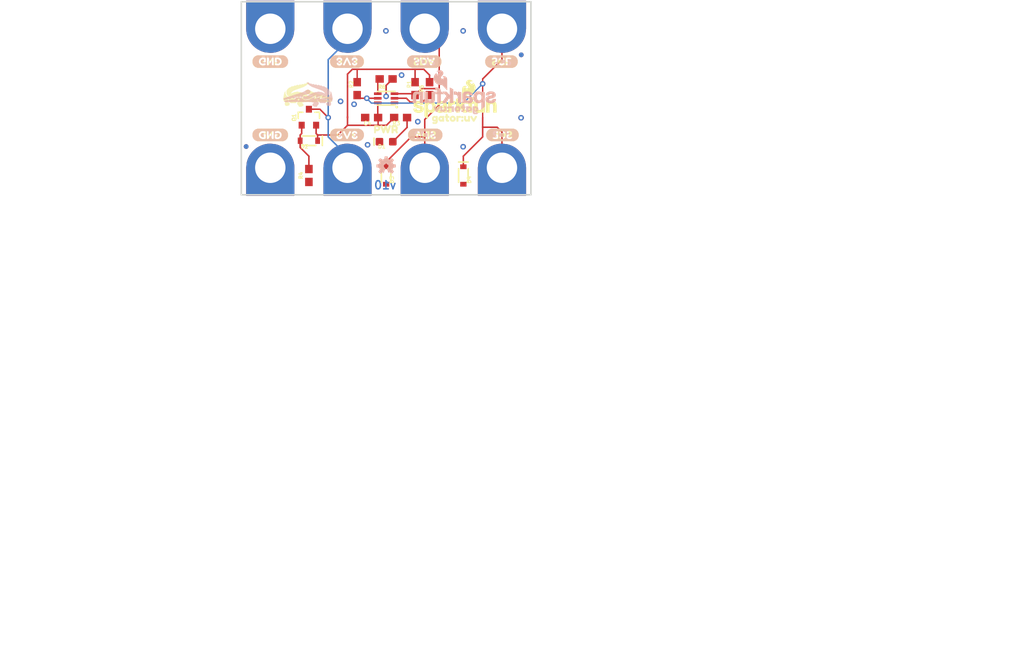
<source format=kicad_pcb>
(kicad_pcb (version 20211014) (generator pcbnew)
  (layers (0 "F.Cu" signal) (1 "In1.Cu" signal) (2 "In2.Cu" signal) (31 "B.Cu" signal) (34 "B.Paste" user) (35 "F.Paste" user) (36 "B.SilkS" user "B.Silkscreen") (37 "F.SilkS" user "F.Silkscreen") (38 "B.Mask" user) (39 "F.Mask" user) (44 "Edge.Cuts" user))
  (net 0 "")
  (net 1 "3.3V")
  (net 2 "GND")
  (net 3 "N$3")
  (net 4 "SDA")
  (net 5 "SCL")
  (net 6 "N$1")
  (net 7 "N$4")
  (net 8 "ACK")
  (net 9 "N$2")
  (footprint "boardEagle:GATOR_MINI" (layer "F.Cu") (at 133.2611 96.1136 180)
    (fp_text reference "J5" hide)
    (fp_text value "GATORGATOR_MINI" hide)
    (fp_poly (pts (xy 0.703108 -2.842582) (xy 1.048702 -2.743018) (xy 1.377668 -2.606756) (xy 1.689309 -2.434518) (xy 1.979705 -2.228471) (xy 2.245205 -1.991205) (xy 2.482471 -1.725705) (xy 2.688518 -1.435309) (xy 2.860756 -1.123668) (xy 2.997018 -0.794702) (xy 3.095591 -0.452549) (xy 3.155235 -0.10151) (xy 3.175 0.250437) (xy 3.175 3.937) (xy -3.175 3.937) (xy -3.175 0.246868) (xy -3.096582 -0.449108) (xy -2.997018 -0.794702) (xy -2.860756 -1.123668) (xy -2.688518 -1.435309) (xy -2.482471 -1.725705) (xy -2.245205 -1.991205) (xy -1.979705 -2.228471) (xy -1.689309 -2.434518) (xy -1.377668 -2.606756) (xy -1.048702 -2.743018) (xy -0.706549 -2.841591) (xy -0.35551 -2.901235) (xy 0.003575 -2.921401)) (layer "F.Cu") (width 0) (fill solid))
    (fp_poly (pts (xy 0.703108 -2.842582) (xy 1.048702 -2.743018) (xy 1.377668 -2.606756) (xy 1.689309 -2.434518) (xy 1.979705 -2.228471) (xy 2.245205 -1.991205) (xy 2.482471 -1.725705) (xy 2.688518 -1.435309) (xy 2.860756 -1.123668) (xy 2.997018 -0.794702) (xy 3.095591 -0.452549) (xy 3.155235 -0.10151) (xy 3.175 0.250437) (xy 3.175 3.937) (xy -3.175 3.937) (xy -3.175 0.246868) (xy -3.096582 -0.449108) (xy -2.997018 -0.794702) (xy -2.860756 -1.123668) (xy -2.688518 -1.435309) (xy -2.482471 -1.725705) (xy -2.245205 -1.991205) (xy -1.979705 -2.228471) (xy -1.689309 -2.434518) (xy -1.377668 -2.606756) (xy -1.048702 -2.743018) (xy -0.706549 -2.841591) (xy -0.35551 -2.901235) (xy 0.003575 -2.921401)) (layer "B.Cu") (width 0) (fill solid))
    (pad "P$2" thru_hole circle (at 0 0.254 180) (size 5.08 5.08) (drill 4.0005) (layers *.Cu *.Mask) (net 2 "GND"))
  )
  (footprint "boardEagle:PWR0" (layer "F.Cu") (at 145.9611 109.0676)
    (fp_text reference "U$25" hide)
    (fp_text value "" hide)
  )
  (footprint "boardEagle:GATOR_MINI" (layer "F.Cu") (at 143.4211 96.1136 180)
    (fp_text reference "J6" hide)
    (fp_text value "GATORGATOR_MINI" hide)
    (fp_poly (pts (xy 0.703108 -2.842582) (xy 1.048702 -2.743018) (xy 1.377668 -2.606756) (xy 1.689309 -2.434518) (xy 1.979705 -2.228471) (xy 2.245205 -1.991205) (xy 2.482471 -1.725705) (xy 2.688518 -1.435309) (xy 2.860756 -1.123668) (xy 2.997018 -0.794702) (xy 3.095591 -0.452549) (xy 3.155235 -0.10151) (xy 3.175 0.250437) (xy 3.175 3.937) (xy -3.175 3.937) (xy -3.175 0.246868) (xy -3.096582 -0.449108) (xy -2.997018 -0.794702) (xy -2.860756 -1.123668) (xy -2.688518 -1.435309) (xy -2.482471 -1.725705) (xy -2.245205 -1.991205) (xy -1.979705 -2.228471) (xy -1.689309 -2.434518) (xy -1.377668 -2.606756) (xy -1.048702 -2.743018) (xy -0.706549 -2.841591) (xy -0.35551 -2.901235) (xy 0.003575 -2.921401)) (layer "F.Cu") (width 0) (fill solid))
    (fp_poly (pts (xy 0.703108 -2.842582) (xy 1.048702 -2.743018) (xy 1.377668 -2.606756) (xy 1.689309 -2.434518) (xy 1.979705 -2.228471) (xy 2.245205 -1.991205) (xy 2.482471 -1.725705) (xy 2.688518 -1.435309) (xy 2.860756 -1.123668) (xy 2.997018 -0.794702) (xy 3.095591 -0.452549) (xy 3.155235 -0.10151) (xy 3.175 0.250437) (xy 3.175 3.937) (xy -3.175 3.937) (xy -3.175 0.246868) (xy -3.096582 -0.449108) (xy -2.997018 -0.794702) (xy -2.860756 -1.123668) (xy -2.688518 -1.435309) (xy -2.482471 -1.725705) (xy -2.245205 -1.991205) (xy -1.979705 -2.228471) (xy -1.689309 -2.434518) (xy -1.377668 -2.606756) (xy -1.048702 -2.743018) (xy -0.706549 -2.841591) (xy -0.35551 -2.901235) (xy 0.003575 -2.921401)) (layer "B.Cu") (width 0) (fill solid))
    (pad "P$2" thru_hole circle (at 0 0.254 180) (size 5.08 5.08) (drill 4.0005) (layers *.Cu *.Mask) (net 6 "N$1"))
  )
  (footprint "boardEagle:SCL2" (layer "F.Cu") (at 165.9001 100.1776 180)
    (fp_text reference "U$17" hide)
    (fp_text value "" hide)
  )
  (footprint "boardEagle:GATOR_MINI" (layer "F.Cu") (at 153.5811 96.1136 180)
    (fp_text reference "J7" hide)
    (fp_text value "GATORGATOR_MINI" hide)
    (fp_poly (pts (xy 0.703108 -2.842582) (xy 1.048702 -2.743018) (xy 1.377668 -2.606756) (xy 1.689309 -2.434518) (xy 1.979705 -2.228471) (xy 2.245205 -1.991205) (xy 2.482471 -1.725705) (xy 2.688518 -1.435309) (xy 2.860756 -1.123668) (xy 2.997018 -0.794702) (xy 3.095591 -0.452549) (xy 3.155235 -0.10151) (xy 3.175 0.250437) (xy 3.175 3.937) (xy -3.175 3.937) (xy -3.175 0.246868) (xy -3.096582 -0.449108) (xy -2.997018 -0.794702) (xy -2.860756 -1.123668) (xy -2.688518 -1.435309) (xy -2.482471 -1.725705) (xy -2.245205 -1.991205) (xy -1.979705 -2.228471) (xy -1.689309 -2.434518) (xy -1.377668 -2.606756) (xy -1.048702 -2.743018) (xy -0.706549 -2.841591) (xy -0.35551 -2.901235) (xy 0.003575 -2.921401)) (layer "F.Cu") (width 0) (fill solid))
    (fp_poly (pts (xy 0.703108 -2.842582) (xy 1.048702 -2.743018) (xy 1.377668 -2.606756) (xy 1.689309 -2.434518) (xy 1.979705 -2.228471) (xy 2.245205 -1.991205) (xy 2.482471 -1.725705) (xy 2.688518 -1.435309) (xy 2.860756 -1.123668) (xy 2.997018 -0.794702) (xy 3.095591 -0.452549) (xy 3.155235 -0.10151) (xy 3.175 0.250437) (xy 3.175 3.937) (xy -3.175 3.937) (xy -3.175 0.246868) (xy -3.096582 -0.449108) (xy -2.997018 -0.794702) (xy -2.860756 -1.123668) (xy -2.688518 -1.435309) (xy -2.482471 -1.725705) (xy -2.245205 -1.991205) (xy -1.979705 -2.228471) (xy -1.689309 -2.434518) (xy -1.377668 -2.606756) (xy -1.048702 -2.743018) (xy -0.706549 -2.841591) (xy -0.35551 -2.901235) (xy 0.003575 -2.921401)) (layer "B.Cu") (width 0) (fill solid))
    (pad "P$2" thru_hole circle (at 0 0.254 180) (size 5.08 5.08) (drill 4.0005) (layers *.Cu *.Mask) (net 4 "SDA"))
  )
  (footprint "boardEagle:GATORBIT_FINAL_FOR_SILK#01#PNG" (layer "F.Cu") (at 138.2141 104.4956)
    (fp_text reference "U$22" hide)
    (fp_text value "" hide)
  )
  (footprint "boardEagle:0603" (layer "F.Cu") (at 148.5011 102.4636 180)
    (fp_text reference "R6" (at 0 -0.762 180) (layer "F.SilkS") (effects (font (size 0.48768 0.48768) (thickness 0.12192)) (justify right top)))
    (fp_text value "300k")
    (pad "1" smd rect (at -0.85 0 180) (size 1.1 1) (layers "F.Cu" "F.Paste" "F.Mask") (net 2 "GND"))
    (pad "2" smd rect (at 0.85 0 180) (size 1.1 1) (layers "F.Cu" "F.Paste" "F.Mask") (net 9 "N$2"))
  )
  (footprint "boardEagle:0603" (layer "F.Cu") (at 138.3411 115.1636 90)
    (fp_text reference "R4" (at 0 -0.762 90) (layer "F.SilkS") (effects (font (size 0.48768 0.48768) (thickness 0.12192)) (justify bottom)))
    (fp_text value "10k")
    (pad "1" smd rect (at -0.85 0 90) (size 1.1 1) (layers "F.Cu" "F.Paste" "F.Mask") (net 2 "GND"))
    (pad "2" smd rect (at 0.85 0 90) (size 1.1 1) (layers "F.Cu" "F.Paste" "F.Mask") (net 7 "N$4"))
  )
  (footprint "boardEagle:MICRO-FIDUCIAL" (layer "F.Cu") (at 166.2811 99.2886)
    (fp_text reference "JP6" hide)
    (fp_text value "FIDUCIALUFIDUCIAL" hide)
    (pad "1" smd roundrect (at 0 0) (size 0.635 0.635) (layers "F.Cu" "F.Mask") (roundrect_rratio 0.5))
  )
  (footprint "boardEagle:GATOR_MINI" (layer "F.Cu") (at 143.4211 113.8936)
    (fp_text reference "J3" hide)
    (fp_text value "GATORGATOR_MINI" hide)
    (fp_poly (pts (xy 0.703108 -2.842582) (xy 1.048702 -2.743018) (xy 1.377668 -2.606756) (xy 1.689309 -2.434518) (xy 1.979705 -2.228471) (xy 2.245205 -1.991205) (xy 2.482471 -1.725705) (xy 2.688518 -1.435309) (xy 2.860756 -1.123668) (xy 2.997018 -0.794702) (xy 3.095591 -0.452549) (xy 3.155235 -0.10151) (xy 3.175 0.250437) (xy 3.175 3.937) (xy -3.175 3.937) (xy -3.175 0.246868) (xy -3.096582 -0.449108) (xy -2.997018 -0.794702) (xy -2.860756 -1.123668) (xy -2.688518 -1.435309) (xy -2.482471 -1.725705) (xy -2.245205 -1.991205) (xy -1.979705 -2.228471) (xy -1.689309 -2.434518) (xy -1.377668 -2.606756) (xy -1.048702 -2.743018) (xy -0.706549 -2.841591) (xy -0.35551 -2.901235) (xy 0.003575 -2.921401)) (layer "F.Cu") (width 0) (fill solid))
    (fp_poly (pts (xy 0.703108 -2.842582) (xy 1.048702 -2.743018) (xy 1.377668 -2.606756) (xy 1.689309 -2.434518) (xy 1.979705 -2.228471) (xy 2.245205 -1.991205) (xy 2.482471 -1.725705) (xy 2.688518 -1.435309) (xy 2.860756 -1.123668) (xy 2.997018 -0.794702) (xy 3.095591 -0.452549) (xy 3.155235 -0.10151) (xy 3.175 0.250437) (xy 3.175 3.937) (xy -3.175 3.937) (xy -3.175 0.246868) (xy -3.096582 -0.449108) (xy -2.997018 -0.794702) (xy -2.860756 -1.123668) (xy -2.688518 -1.435309) (xy -2.482471 -1.725705) (xy -2.245205 -1.991205) (xy -1.979705 -2.228471) (xy -1.689309 -2.434518) (xy -1.377668 -2.606756) (xy -1.048702 -2.743018) (xy -0.706549 -2.841591) (xy -0.35551 -2.901235) (xy 0.003575 -2.921401)) (layer "B.Cu") (width 0) (fill solid))
    (pad "P$2" thru_hole circle (at 0 0.254) (size 5.08 5.08) (drill 4.0005) (layers *.Cu *.Mask) (net 6 "N$1"))
  )
  (footprint "boardEagle:GATOR_MINI" (layer "F.Cu") (at 163.7411 96.1136 180)
    (fp_text reference "J8" hide)
    (fp_text value "GATORGATOR_MINI" hide)
    (fp_poly (pts (xy 0.703108 -2.842582) (xy 1.048702 -2.743018) (xy 1.377668 -2.606756) (xy 1.689309 -2.434518) (xy 1.979705 -2.228471) (xy 2.245205 -1.991205) (xy 2.482471 -1.725705) (xy 2.688518 -1.435309) (xy 2.860756 -1.123668) (xy 2.997018 -0.794702) (xy 3.095591 -0.452549) (xy 3.155235 -0.10151) (xy 3.175 0.250437) (xy 3.175 3.937) (xy -3.175 3.937) (xy -3.175 0.246868) (xy -3.096582 -0.449108) (xy -2.997018 -0.794702) (xy -2.860756 -1.123668) (xy -2.688518 -1.435309) (xy -2.482471 -1.725705) (xy -2.245205 -1.991205) (xy -1.979705 -2.228471) (xy -1.689309 -2.434518) (xy -1.377668 -2.606756) (xy -1.048702 -2.743018) (xy -0.706549 -2.841591) (xy -0.35551 -2.901235) (xy 0.003575 -2.921401)) (layer "F.Cu") (width 0) (fill solid))
    (fp_poly (pts (xy 0.703108 -2.842582) (xy 1.048702 -2.743018) (xy 1.377668 -2.606756) (xy 1.689309 -2.434518) (xy 1.979705 -2.228471) (xy 2.245205 -1.991205) (xy 2.482471 -1.725705) (xy 2.688518 -1.435309) (xy 2.860756 -1.123668) (xy 2.997018 -0.794702) (xy 3.095591 -0.452549) (xy 3.155235 -0.10151) (xy 3.175 0.250437) (xy 3.175 3.937) (xy -3.175 3.937) (xy -3.175 0.246868) (xy -3.096582 -0.449108) (xy -2.997018 -0.794702) (xy -2.860756 -1.123668) (xy -2.688518 -1.435309) (xy -2.482471 -1.725705) (xy -2.245205 -1.991205) (xy -1.979705 -2.228471) (xy -1.689309 -2.434518) (xy -1.377668 -2.606756) (xy -1.048702 -2.743018) (xy -0.706549 -2.841591) (xy -0.35551 -2.901235) (xy 0.003575 -2.921401)) (layer "B.Cu") (width 0) (fill solid))
    (pad "P$2" thru_hole circle (at 0 0.254 180) (size 5.08 5.08) (drill 4.0005) (layers *.Cu *.Mask) (net 5 "SCL"))
  )
  (footprint "boardEagle:0603" (layer "F.Cu") (at 146.5961 107.5436 180)
    (fp_text reference "C4" (at 0 -0.762) (layer "F.SilkS") (effects (font (size 0.512064 0.512064) (thickness 0.097536)) (justify right)))
    (fp_text value "0.1uF")
    (pad "1" smd rect (at -0.85 0 180) (size 1.1 1) (layers "F.Cu" "F.Paste" "F.Mask") (net 1 "3.3V"))
    (pad "2" smd rect (at 0.85 0 180) (size 1.1 1) (layers "F.Cu" "F.Paste" "F.Mask") (net 2 "GND"))
  )
  (footprint "boardEagle:0603" (layer "F.Cu") (at 144.6911 103.7336 90)
    (fp_text reference "R2" (at 0 -0.762 90) (layer "F.SilkS") (effects (font (size 0.512064 0.512064) (thickness 0.097536)) (justify left)))
    (fp_text value "10k")
    (pad "1" smd rect (at -0.85 0 90) (size 1.1 1) (layers "F.Cu" "F.Paste" "F.Mask") (net 5 "SCL"))
    (pad "2" smd rect (at 0.85 0 90) (size 1.1 1) (layers "F.Cu" "F.Paste" "F.Mask") (net 1 "3.3V"))
  )
  (footprint "boardEagle:GATOR_MINI" (layer "F.Cu") (at 163.7411 113.8936)
    (fp_text reference "J1" hide)
    (fp_text value "GATORGATOR_MINI" hide)
    (fp_poly (pts (xy 0.703108 -2.842582) (xy 1.048702 -2.743018) (xy 1.377668 -2.606756) (xy 1.689309 -2.434518) (xy 1.979705 -2.228471) (xy 2.245205 -1.991205) (xy 2.482471 -1.725705) (xy 2.688518 -1.435309) (xy 2.860756 -1.123668) (xy 2.997018 -0.794702) (xy 3.095591 -0.452549) (xy 3.155235 -0.10151) (xy 3.175 0.250437) (xy 3.175 3.937) (xy -3.175 3.937) (xy -3.175 0.246868) (xy -3.096582 -0.449108) (xy -2.997018 -0.794702) (xy -2.860756 -1.123668) (xy -2.688518 -1.435309) (xy -2.482471 -1.725705) (xy -2.245205 -1.991205) (xy -1.979705 -2.228471) (xy -1.689309 -2.434518) (xy -1.377668 -2.606756) (xy -1.048702 -2.743018) (xy -0.706549 -2.841591) (xy -0.35551 -2.901235) (xy 0.003575 -2.921401)) (layer "F.Cu") (width 0) (fill solid))
    (fp_poly (pts (xy 0.703108 -2.842582) (xy 1.048702 -2.743018) (xy 1.377668 -2.606756) (xy 1.689309 -2.434518) (xy 1.979705 -2.228471) (xy 2.245205 -1.991205) (xy 2.482471 -1.725705) (xy 2.688518 -1.435309) (xy 2.860756 -1.123668) (xy 2.997018 -0.794702) (xy 3.095591 -0.452549) (xy 3.155235 -0.10151) (xy 3.175 0.250437) (xy 3.175 3.937) (xy -3.175 3.937) (xy -3.175 0.246868) (xy -3.096582 -0.449108) (xy -2.997018 -0.794702) (xy -2.860756 -1.123668) (xy -2.688518 -1.435309) (xy -2.482471 -1.725705) (xy -2.245205 -1.991205) (xy -1.979705 -2.228471) (xy -1.689309 -2.434518) (xy -1.377668 -2.606756) (xy -1.048702 -2.743018) (xy -0.706549 -2.841591) (xy -0.35551 -2.901235) (xy 0.003575 -2.921401)) (layer "B.Cu") (width 0) (fill solid))
    (pad "P$2" thru_hole circle (at 0 0.254) (size 5.08 5.08) (drill 4.0005) (layers *.Cu *.Mask) (net 5 "SCL"))
  )
  (footprint "boardEagle:GATOR_MINI" (layer "F.Cu") (at 133.2611 113.8936)
    (fp_text reference "J4" hide)
    (fp_text value "GATORGATOR_MINI" hide)
    (fp_poly (pts (xy 0.703108 -2.842582) (xy 1.048702 -2.743018) (xy 1.377668 -2.606756) (xy 1.689309 -2.434518) (xy 1.979705 -2.228471) (xy 2.245205 -1.991205) (xy 2.482471 -1.725705) (xy 2.688518 -1.435309) (xy 2.860756 -1.123668) (xy 2.997018 -0.794702) (xy 3.095591 -0.452549) (xy 3.155235 -0.10151) (xy 3.175 0.250437) (xy 3.175 3.937) (xy -3.175 3.937) (xy -3.175 0.246868) (xy -3.096582 -0.449108) (xy -2.997018 -0.794702) (xy -2.860756 -1.123668) (xy -2.688518 -1.435309) (xy -2.482471 -1.725705) (xy -2.245205 -1.991205) (xy -1.979705 -2.228471) (xy -1.689309 -2.434518) (xy -1.377668 -2.606756) (xy -1.048702 -2.743018) (xy -0.706549 -2.841591) (xy -0.35551 -2.901235) (xy 0.003575 -2.921401)) (layer "F.Cu") (width 0) (fill solid))
    (fp_poly (pts (xy 0.703108 -2.842582) (xy 1.048702 -2.743018) (xy 1.377668 -2.606756) (xy 1.689309 -2.434518) (xy 1.979705 -2.228471) (xy 2.245205 -1.991205) (xy 2.482471 -1.725705) (xy 2.688518 -1.435309) (xy 2.860756 -1.123668) (xy 2.997018 -0.794702) (xy 3.095591 -0.452549) (xy 3.155235 -0.10151) (xy 3.175 0.250437) (xy 3.175 3.937) (xy -3.175 3.937) (xy -3.175 0.246868) (xy -3.096582 -0.449108) (xy -2.997018 -0.794702) (xy -2.860756 -1.123668) (xy -2.688518 -1.435309) (xy -2.482471 -1.725705) (xy -2.245205 -1.991205) (xy -1.979705 -2.228471) (xy -1.689309 -2.434518) (xy -1.377668 -2.606756) (xy -1.048702 -2.743018) (xy -0.706549 -2.841591) (xy -0.35551 -2.901235) (xy 0.003575 -2.921401)) (layer "B.Cu") (width 0) (fill solid))
    (pad "P$2" thru_hole circle (at 0 0.254) (size 5.08 5.08) (drill 4.0005) (layers *.Cu *.Mask) (net 2 "GND"))
  )
  (footprint "boardEagle:0603" (layer "F.Cu") (at 152.3111 103.7336 90)
    (fp_text reference "R1" (at 0 -0.762 90) (layer "F.SilkS") (effects (font (size 0.512064 0.512064) (thickness 0.097536)) (justify left)))
    (fp_text value "10k")
    (pad "1" smd rect (at -0.85 0 90) (size 1.1 1) (layers "F.Cu" "F.Paste" "F.Mask") (net 4 "SDA"))
    (pad "2" smd rect (at 0.85 0 90) (size 1.1 1) (layers "F.Cu" "F.Paste" "F.Mask") (net 1 "3.3V"))
  )
  (footprint "boardEagle:SDA1" (layer "F.Cu") (at 151.2951 109.8296)
    (fp_text reference "U$7" hide)
    (fp_text value "" hide)
  )
  (footprint "boardEagle:MICRO-FIDUCIAL" (layer "F.Cu") (at 130.0861 111.3536)
    (fp_text reference "JP5" hide)
    (fp_text value "FIDUCIALUFIDUCIAL" hide)
    (pad "1" smd roundrect (at 0 0) (size 0.635 0.635) (layers "F.Cu" "F.Mask") (roundrect_rratio 0.5))
  )
  (footprint "boardEagle:3V33" (layer "F.Cu") (at 145.7071 100.1776 180)
    (fp_text reference "U$14" hide)
    (fp_text value "" hide)
  )
  (footprint "boardEagle:LED-0603" (layer "F.Cu") (at 148.5011 110.7186 180)
    (fp_text reference "D1" (at 0 -0.635) (layer "F.SilkS") (effects (font (size 0.512064 0.512064) (thickness 0.097536)) (justify right)))
    (fp_text value "RED")
    (pad "A" smd roundrect (at -0.877 0 90) (size 1 1) (layers "F.Cu" "F.Paste" "F.Mask") (roundrect_rratio 0.15) (net 3 "N$3"))
    (pad "C" smd roundrect (at 0.877 0 90) (size 1 1) (layers "F.Cu" "F.Paste" "F.Mask") (roundrect_rratio 0.15) (net 2 "GND"))
  )
  (footprint "boardEagle:SOD-323" (layer "F.Cu") (at 148.5011 115.1636 -90)
    (fp_text reference "D3" (at 0 -0.762 90) (layer "F.SilkS") (effects (font (size 0.512064 0.512064) (thickness 0.097536)) (justify right)))
    (fp_text value "3.6V")
    (pad "A" smd rect (at 1.15 0 270) (size 0.63 0.83) (layers "F.Cu" "F.Paste" "F.Mask") (net 2 "GND"))
    (pad "C" smd rect (at -1.15 0 270) (size 0.63 0.83) (layers "F.Cu" "F.Paste" "F.Mask") (net 4 "SDA"))
  )
  (footprint "boardEagle:0603" (layer "F.Cu") (at 150.4061 107.5436 180)
    (fp_text reference "R3" (at 0 -0.762) (layer "F.SilkS") (effects (font (size 0.512064 0.512064) (thickness 0.097536)) (justify right)))
    (fp_text value "1k")
    (pad "1" smd rect (at -0.85 0 180) (size 1.1 1) (layers "F.Cu" "F.Paste" "F.Mask") (net 3 "N$3"))
    (pad "2" smd rect (at 0.85 0 180) (size 1.1 1) (layers "F.Cu" "F.Paste" "F.Mask") (net 1 "3.3V"))
  )
  (footprint "boardEagle:3V33" (layer "F.Cu") (at 141.0081 109.8296)
    (fp_text reference "U$3" hide)
    (fp_text value "" hide)
  )
  (footprint "boardEagle:SDA1" (layer "F.Cu") (at 155.8671 100.1776 180)
    (fp_text reference "U$15" hide)
    (fp_text value "" hide)
  )
  (footprint "boardEagle:SOD-323" (layer "F.Cu") (at 138.3411 110.5916 180)
    (fp_text reference "D2" (at 0 -0.762) (layer "F.SilkS") (effects (font (size 0.512064 0.512064) (thickness 0.097536)) (justify right)))
    (fp_text value "3.6V")
    (pad "A" smd rect (at 1.15 0 180) (size 0.63 0.83) (layers "F.Cu" "F.Paste" "F.Mask") (net 7 "N$4"))
    (pad "C" smd rect (at -1.15 0 180) (size 0.63 0.83) (layers "F.Cu" "F.Paste" "F.Mask") (net 1 "3.3V"))
  )
  (footprint "boardEagle:SFE_LOGO_NAME_FLAME_.1" (layer "F.Cu") (at 157.6451 106.2736)
    (fp_text reference "U$1" hide)
    (fp_text value "SFE_LOGO_NAME_FLAME.1_INCH" hide)
  )
  (footprint "boardEagle:GATOR_MINI" (layer "F.Cu") (at 153.5811 113.8936)
    (fp_text reference "J2" hide)
    (fp_text value "GATORGATOR_MINI" hide)
    (fp_poly (pts (xy 0.703108 -2.842582) (xy 1.048702 -2.743018) (xy 1.377668 -2.606756) (xy 1.689309 -2.434518) (xy 1.979705 -2.228471) (xy 2.245205 -1.991205) (xy 2.482471 -1.725705) (xy 2.688518 -1.435309) (xy 2.860756 -1.123668) (xy 2.997018 -0.794702) (xy 3.095591 -0.452549) (xy 3.155235 -0.10151) (xy 3.175 0.250437) (xy 3.175 3.937) (xy -3.175 3.937) (xy -3.175 0.246868) (xy -3.096582 -0.449108) (xy -2.997018 -0.794702) (xy -2.860756 -1.123668) (xy -2.688518 -1.435309) (xy -2.482471 -1.725705) (xy -2.245205 -1.991205) (xy -1.979705 -2.228471) (xy -1.689309 -2.434518) (xy -1.377668 -2.606756) (xy -1.048702 -2.743018) (xy -0.706549 -2.841591) (xy -0.35551 -2.901235) (xy 0.003575 -2.921401)) (layer "F.Cu") (width 0) (fill solid))
    (fp_poly (pts (xy 0.703108 -2.842582) (xy 1.048702 -2.743018) (xy 1.377668 -2.606756) (xy 1.689309 -2.434518) (xy 1.979705 -2.228471) (xy 2.245205 -1.991205) (xy 2.482471 -1.725705) (xy 2.688518 -1.435309) (xy 2.860756 -1.123668) (xy 2.997018 -0.794702) (xy 3.095591 -0.452549) (xy 3.155235 -0.10151) (xy 3.175 0.250437) (xy 3.175 3.937) (xy -3.175 3.937) (xy -3.175 0.246868) (xy -3.096582 -0.449108) (xy -2.997018 -0.794702) (xy -2.860756 -1.123668) (xy -2.688518 -1.435309) (xy -2.482471 -1.725705) (xy -2.245205 -1.991205) (xy -1.979705 -2.228471) (xy -1.689309 -2.434518) (xy -1.377668 -2.606756) (xy -1.048702 -2.743018) (xy -0.706549 -2.841591) (xy -0.35551 -2.901235) (xy 0.003575 -2.921401)) (layer "B.Cu") (width 0) (fill solid))
    (pad "P$2" thru_hole circle (at 0 0.254) (size 5.08 5.08) (drill 4.0005) (layers *.Cu *.Mask) (net 4 "SDA"))
  )
  (footprint "boardEagle:GND0" (layer "F.Cu") (at 135.6741 100.1776 180)
    (fp_text reference "U$13" hide)
    (fp_text value "" hide)
  )
  (footprint "boardEagle:GND0" (layer "F.Cu") (at 130.8481 109.8296)
    (fp_text reference "U$4" hide)
    (fp_text value "" hide)
  )
  (footprint "boardEagle:SCL2" (layer "F.Cu") (at 161.5821 109.8296)
    (fp_text reference "U$5" hide)
    (fp_text value "" hide)
  )
  (footprint "boardEagle:SOT23-3" (layer "F.Cu") (at 138.3411 107.5436)
    (fp_text reference "Q1" (at -1.651 0 90) (layer "F.SilkS") (effects (font (size 0.48768 0.48768) (thickness 0.12192)) (justify bottom)))
    (fp_text value "2.5A/30V/105mΩ")
    (pad "1" smd rect (at -0.95 1) (size 0.8 0.9) (layers "F.Cu" "F.Paste" "F.Mask") (net 7 "N$4"))
    (pad "2" smd rect (at 0.95 1) (size 0.8 0.9) (layers "F.Cu" "F.Paste" "F.Mask") (net 1 "3.3V"))
    (pad "3" smd rect (at 0 -1.1) (size 0.8 0.9) (layers "F.Cu" "F.Paste" "F.Mask") (net 6 "N$1"))
  )
  (footprint "boardEagle:0603" (layer "F.Cu") (at 154.2161 103.7336 90)
    (fp_text reference "R5" (at 0 -0.762 90) (layer "F.SilkS") (effects (font (size 0.48768 0.48768) (thickness 0.12192)) (justify bottom)))
    (fp_text value "10k")
    (pad "1" smd rect (at -0.85 0 90) (size 1.1 1) (layers "F.Cu" "F.Paste" "F.Mask") (net 8 "ACK"))
    (pad "2" smd rect (at 0.85 0 90) (size 1.1 1) (layers "F.Cu" "F.Paste" "F.Mask") (net 1 "3.3V"))
  )
  (footprint "boardEagle:SOD-323" (layer "F.Cu") (at 158.6611 115.1636 -90)
    (fp_text reference "D4" (at 0 -0.762 90) (layer "F.SilkS") (effects (font (size 0.512064 0.512064) (thickness 0.097536)) (justify right)))
    (fp_text value "3.6V")
    (pad "A" smd rect (at 1.15 0 270) (size 0.63 0.83) (layers "F.Cu" "F.Paste" "F.Mask") (net 2 "GND"))
    (pad "C" smd rect (at -1.15 0 270) (size 0.63 0.83) (layers "F.Cu" "F.Paste" "F.Mask") (net 5 "SCL"))
  )
  (footprint "boardEagle:VEML6070" (layer "F.Cu") (at 148.5011 105.0036 180)
    (fp_text reference "U1" hide)
    (fp_text value "VEML6070" hide)
    (pad "1" smd rect (at -1.1 -0.6 180) (size 1 0.35) (layers "F.Cu" "F.Paste" "F.Mask") (net 2 "GND"))
    (pad "2" smd rect (at -1.1 0 180) (size 1 0.35) (layers "F.Cu" "F.Paste" "F.Mask") (net 8 "ACK"))
    (pad "3" smd rect (at -1.1 0.6 180) (size 1 0.35) (layers "F.Cu" "F.Paste" "F.Mask") (net 4 "SDA"))
    (pad "4" smd rect (at 1.1 0.6 180) (size 1 0.35) (layers "F.Cu" "F.Paste" "F.Mask") (net 9 "N$2"))
    (pad "5" smd rect (at 1.1 0 180) (size 1 0.35) (layers "F.Cu" "F.Paste" "F.Mask") (net 5 "SCL"))
    (pad "6" smd rect (at 1.1 -0.6 180) (size 1 0.35) (layers "F.Cu" "F.Paste" "F.Mask") (net 1 "3.3V"))
  )
  (footprint "boardEagle:ORDERING_INSTRUCTIONS" (layer "F.Cu") (at 130.7211 127.8636)
    (fp_text reference "U$10" hide)
    (fp_text value "" hide)
  )
  (footprint "boardEagle:CREATIVE_COMMONS" (layer "F.Cu") (at 118.0211 125.3236)
    (fp_text reference "FRAME1" hide)
    (fp_text value "FRAME-LETTER" hide)
  )
  (footprint "boardEagle:STAND-OFF" (layer "F.Cu") (at 165.0111 105.0036 90)
    (fp_text reference "JP4" hide)
    (fp_text value "STAND-OFF" hide)
    (pad "" np_thru_hole circle (at 0 0 90) (size 3.302 3.302) (drill 3.302) (layers *.Cu *.Mask))
  )
  (footprint "boardEagle:STAND-OFF" (layer "F.Cu") (at 131.9911 105.0036)
    (fp_text reference "JP3" hide)
    (fp_text value "STAND-OFF" hide)
    (pad "" np_thru_hole circle (at 0 0) (size 3.302 3.302) (drill 3.302) (layers *.Cu *.Mask))
  )
  (footprint "boardEagle:GATOR#UV5" (layer "F.Cu") (at 153.5811 107.5436)
    (fp_text reference "U$6" hide)
    (fp_text value "" hide)
  )
  (footprint "boardEagle:GATORBIT_FINAL_FOR_SILK#01#PNG" (layer "B.Cu") (at 138.2141 104.4956 180)
    (fp_text reference "U$23" hide)
    (fp_text value "" hide)
  )
  (footprint "boardEagle:SCL2" (layer "B.Cu") (at 161.4551 100.1776)
    (fp_text reference "U$11" hide)
    (fp_text value "" hide)
  )
  (footprint "boardEagle:SDA1" (layer "B.Cu") (at 155.9941 109.8296 180)
    (fp_text reference "U$20" hide)
    (fp_text value "" hide)
  )
  (footprint "boardEagle:SFE_LOGO_NAME_FLAME_.1" (layer "B.Cu") (at 157.3911 105.0036 180)
    (fp_text reference "U$2" hide)
    (fp_text value "SFE_LOGO_NAME_FLAME.1_INCH" hide)
  )
  (footprint "boardEagle:MICRO-FIDUCIAL" (layer "B.Cu") (at 130.0861 111.3536 180)
    (fp_text reference "JP2" hide)
    (fp_text value "FIDUCIALUFIDUCIAL" hide)
    (pad "1" smd roundrect (at 0 0 180) (size 0.635 0.635) (layers "B.Cu" "B.Mask") (roundrect_rratio 0.5))
  )
  (footprint "boardEagle:GND0" (layer "B.Cu") (at 135.6741 109.8296 180)
    (fp_text reference "U$18" hide)
    (fp_text value "" hide)
  )
  (footprint "boardEagle:SDA1" (layer "B.Cu") (at 151.1681 100.1776)
    (fp_text reference "U$12" hide)
    (fp_text value "" hide)
  )
  (footprint "boardEagle:3V33" (layer "B.Cu") (at 145.7071 109.8296 180)
    (fp_text reference "U$19" hide)
    (fp_text value "" hide)
  )
  (footprint "boardEagle:SCL2" (layer "B.Cu") (at 166.0271 109.8296 180)
    (fp_text reference "U$21" hide)
    (fp_text value "" hide)
  )
  (footprint "boardEagle:3V33" (layer "B.Cu") (at 141.0081 100.1776)
    (fp_text reference "U$8" hide)
    (fp_text value "" hide)
  )
  (footprint "boardEagle:OSHW-LOGO-MINI" (layer "B.Cu") (at 148.5011 113.8936 180)
    (fp_text reference "LOGO1" hide)
    (fp_text value "OSHW-LOGOMINI" hide)
  )
  (footprint "boardEagle:GND0" (layer "B.Cu") (at 130.8481 100.1776)
    (fp_text reference "U$9" hide)
    (fp_text value "" hide)
  )
  (footprint "boardEagle:GATOR#UV5" (layer "B.Cu") (at 161.5821 106.2736 180)
    (fp_text reference "U$24" hide)
    (fp_text value "" hide)
  )
  (footprint "boardEagle:MICRO-FIDUCIAL" (layer "B.Cu") (at 166.2811 99.2886 180)
    (fp_text reference "JP7" hide)
    (fp_text value "FIDUCIALUFIDUCIAL" hide)
    (pad "1" smd roundrect (at 0 0 180) (size 0.635 0.635) (layers "B.Cu" "B.Mask") (roundrect_rratio 0.5))
  )
  (gr_line (start 167.5511 117.7036) (end 167.5511 92.3036) (layer "Edge.Cuts") (width 0.2032))
  (gr_line (start 167.5511 92.3036) (end 129.4511 92.3036) (layer "Edge.Cuts") (width 0.2032))
  (gr_line (start 129.4511 92.3036) (end 129.4511 117.7036) (layer "Edge.Cuts") (width 0.2032))
  (gr_line (start 129.4511 117.7036) (end 167.5511 117.7036) (layer "Edge.Cuts") (width 0.2032))
  (gr_text "v10" (at 148.3741 116.4336) (layer "B.Cu") (effects (font (size 1.0795 1.0795) (thickness 0.1905)) (justify mirror)))
  (segment (start 139.4911 109.8366) (end 139.4911 110.5916) (width 0.2032) (layer "F.Cu") (net 1))
  (segment (start 143.4211 107.4166) (end 143.4211 101.8286) (width 0.2032) (layer "F.Cu") (net 1))
  (segment (start 152.3111 101.1936) (end 153.4541 101.1936) (width 0.2032) (layer "F.Cu") (net 1))
  (segment (start 144.0561 101.1936) (end 143.4211 101.8286) (width 0.2032) (layer "F.Cu") (net 1))
  (segment (start 148.5401 108.5596) (end 149.5561 107.5436) (width 0.2032) (layer "F.Cu") (net 1))
  (segment (start 152.3111 102.8836) (end 152.3111 101.1936) (width 0.2032) (layer "F.Cu") (net 1))
  (segment (start 139.2911 109.6366) (end 139.4911 109.8366) (width 0.2032) (layer "F.Cu") (net 1))
  (segment (start 143.4211 107.4166) (end 143.4211 107.5436) (width 0.2032) (layer "F.Cu") (net 1))
  (segment (start 147.4461 107.5436) (end 147.4461 108.5596) (width 0.2032) (layer "F.Cu") (net 1))
  (segment (start 143.4211 108.5596) (end 146.8501 108.5596) (width 0.2032) (layer "F.Cu") (net 1))
  (segment (start 145.9611 101.1936) (end 152.3111 101.1936) (width 0.2032) (layer "F.Cu") (net 1))
  (segment (start 143.4211 108.5596) (end 142.1441 109.8366) (width 0.2032) (layer "F.Cu") (net 1))
  (segment (start 147.4011 107.4986) (end 147.4461 107.5436) (width 0.2032) (layer "F.Cu") (net 1))
  (segment (start 147.4011 105.6036) (end 147.4011 107.4986) (width 0.2032) (layer "F.Cu") (net 1))
  (segment (start 142.1441 109.8366) (end 139.4911 109.8366) (width 0.2032) (layer "F.Cu") (net 1))
  (segment (start 144.0561 101.1936) (end 144.6911 101.1936) (width 0.2032) (layer "F.Cu") (net 1))
  (segment (start 144.6911 102.8836) (end 144.6911 101.1936) (width 0.1778) (layer "F.Cu") (net 1))
  (segment (start 147.4461 108.5596) (end 148.5401 108.5596) (width 0.2032) (layer "F.Cu") (net 1))
  (segment (start 153.4541 101.1936) (end 154.2161 101.9556) (width 0.2032) (layer "F.Cu") (net 1))
  (segment (start 144.6911 101.1936) (end 145.9611 101.1936) (width 0.2032) (layer "F.Cu") (net 1))
  (segment (start 143.4211 107.5436) (end 143.4211 108.5596) (width 0.2032) (layer "F.Cu") (net 1))
  (segment (start 154.2161 101.9556) (end 154.2161 102.8836) (width 0.2032) (layer "F.Cu") (net 1))
  (segment (start 143.4211 107.5436) (end 143.4211 107.5436) (width 0.2032) (layer "F.Cu") (net 1))
  (segment (start 146.8501 108.5596) (end 147.4461 108.5596) (width 0.2032) (layer "F.Cu") (net 1))
  (segment (start 139.2911 108.5436) (end 139.2911 109.6366) (width 0.2032) (layer "F.Cu") (net 1))
  (segment (start 149.3511 102.4636) (end 148.5011 103.3136) (width 0.2032) (layer "F.Cu") (net 2))
  (segment (start 148.5011 103.3136) (end 148.5011 104.7496) (width 0.2032) (layer "F.Cu") (net 2))
  (via (at 166.2557 107.569) (size 0.7366) (drill 0.381) (layers "F.Cu" "B.Cu") (net 2))
  (via (at 158.6357 96.139) (size 0.7366) (drill 0.381) (layers "F.Cu" "B.Cu") (net 2))
  (via (at 148.4757 96.139) (size 0.7366) (drill 0.381) (layers "F.Cu" "B.Cu") (net 2))
  (via (at 144.2847 105.791) (size 0.7366) (drill 0.381) (layers "F.Cu" "B.Cu") (net 2))
  (via (at 148.5011 104.7496) (size 0.7366) (drill 0.381) (layers "F.Cu" "B.Cu") (net 2))
  (via (at 150.5331 101.9556) (size 0.7366) (drill 0.381) (layers "F.Cu" "B.Cu") (net 2))
  (via (at 142.5067 105.41) (size 0.7366) (drill 0.381) (layers "F.Cu" "B.Cu") (net 2))
  (via (at 146.0627 111.125) (size 0.7366) (drill 0.381) (layers "F.Cu" "B.Cu") (net 2))
  (via (at 152.6667 108.077) (size 0.7366) (drill 0.381) (layers "F.Cu" "B.Cu") (net 2))
  (via (at 158.6357 111.379) (size 0.7366) (drill 0.381) (layers "F.Cu" "B.Cu") (net 2))
  (segment (start 151.2561 107.5436) (end 151.2561 108.8406) (width 0.2032) (layer "F.Cu") (net 3))
  (segment (start 151.2561 108.8406) (end 149.3781 110.7186) (width 0.2032) (layer "F.Cu") (net 3))
  (segment (start 155.4861 103.7336) (end 155.4861 105.8926) (width 0.2032) (layer "F.Cu") (net 4))
  (segment (start 152.1311 104.4036) (end 152.3111 104.5836) (width 0.2032) (layer "F.Cu") (net 4))
  (segment (start 153.5811 107.7976) (end 153.5811 110.0836) (width 0.2032) (layer "F.Cu") (net 4))
  (segment (start 151.8031 110.0836) (end 153.5811 110.0836) (width 0.2032) (layer "F.Cu") (net 4))
  (segment (start 148.5011 113.3856) (end 151.8031 110.0836) (width 0.2032) (layer "F.Cu") (net 4))
  (segment (start 153.1611 103.7336) (end 155.4861 103.7336) (width 0.2032) (layer "F.Cu") (net 4))
  (segment (start 149.6011 104.4036) (end 152.1311 104.4036) (width 0.2032) (layer "F.Cu") (net 4))
  (segment (start 153.5811 110.0836) (end 153.5811 114.1476) (width 0.2032) (layer "F.Cu") (net 4))
  (segment (start 153.5811 95.8596) (end 155.4861 97.7646) (width 0.2032) (layer "F.Cu") (net 4))
  (segment (start 155.4861 105.8926) (end 153.5811 107.7976) (width 0.2032) (layer "F.Cu") (net 4))
  (segment (start 152.3111 104.5836) (end 153.1611 103.7336) (width 0.2032) (layer "F.Cu") (net 4))
  (segment (start 155.4861 97.7646) (end 155.4861 103.7336) (width 0.2032) (layer "F.Cu") (net 4))
  (segment (start 148.5011 114.0136) (end 148.5011 113.3856) (width 0.2032) (layer "F.Cu") (net 4))
  (segment (start 158.6611 112.6236) (end 161.2011 110.0836) (width 0.2032) (layer "F.Cu") (net 5))
  (segment (start 147.4011 105.0036) (end 145.9611 105.0036) (width 0.2032) (layer "F.Cu") (net 5))
  (segment (start 161.2011 107.5436) (end 161.2011 103.0986) (width 0.1778) (layer "F.Cu") (net 5))
  (segment (start 163.7411 99.9236) (end 161.2011 102.4636) (width 0.2032) (layer "F.Cu") (net 5))
  (segment (start 145.9611 105.0036) (end 145.1111 105.0036) (width 0.2032) (layer "F.Cu") (net 5))
  (segment (start 145.1111 105.0036) (end 144.6911 104.5836) (width 0.2032) (layer "F.Cu") (net 5))
  (segment (start 163.1061 108.8136) (end 161.2011 108.8136) (width 0.2032) (layer "F.Cu") (net 5))
  (segment (start 158.6611 114.0136) (end 158.6611 112.6236) (width 0.2032) (layer "F.Cu") (net 5))
  (segment (start 163.7411 114.1476) (end 163.7411 110.0836) (width 0.2032) (layer "F.Cu") (net 5))
  (segment (start 161.2011 102.4636) (end 161.2011 103.0986) (width 0.1778) (layer "F.Cu") (net 5))
  (segment (start 161.2011 108.8136) (end 161.2011 107.5436) (width 0.2032) (layer "F.Cu") (net 5))
  (segment (start 163.7411 95.8596) (end 163.7411 99.9236) (width 0.2032) (layer "F.Cu") (net 5))
  (segment (start 163.7411 110.0836) (end 163.7411 109.4486) (width 0.2032) (layer "F.Cu") (net 5))
  (segment (start 161.2011 110.0836) (end 161.2011 108.8136) (width 0.2032) (layer "F.Cu") (net 5))
  (segment (start 163.7411 109.4486) (end 163.1061 108.8136) (width 0.2032) (layer "F.Cu") (net 5))
  (via (at 145.9611 105.0036) (size 0.7366) (drill 0.381) (layers "F.Cu" "B.Cu") (net 5))
  (via (at 161.2011 103.0986) (size 0.7366) (drill 0.381) (layers "F.Cu" "B.Cu") (net 5))
  (segment (start 146.568462 105.6386) (end 145.9611 105.031238) (width 0.1778) (layer "B.Cu") (net 5))
  (segment (start 161.2011 103.0986) (end 158.6611 105.6386) (width 0.1778) (layer "B.Cu") (net 5))
  (segment (start 158.6611 105.6386) (end 146.568462 105.6386) (width 0.1778) (layer "B.Cu") (net 5))
  (segment (start 145.9611 105.031238) (end 145.9611 105.0036) (width 0.1778) (layer "B.Cu") (net 5))
  (segment (start 138.3411 106.4436) (end 139.7811 106.4436) (width 0.2032) (layer "F.Cu") (net 6))
  (segment (start 139.7811 106.4436) (end 140.8811 107.5436) (width 0.2032) (layer "F.Cu") (net 6))
  (via (at 140.8811 107.5436) (size 0.7366) (drill 0.381) (layers "F.Cu" "B.Cu") (net 6))
  (segment (start 140.8811 107.5436) (end 140.8811 99.9236) (width 0.2032) (layer "B.Cu") (net 6))
  (segment (start 143.4211 114.1476) (end 143.4211 112.6236) (width 0.2032) (layer "B.Cu") (net 6))
  (segment (start 140.8811 110.0836) (end 140.8811 107.5436) (width 0.2032) (layer "B.Cu") (net 6))
  (segment (start 143.4211 112.6236) (end 140.8811 110.0836) (width 0.2032) (layer "B.Cu") (net 6))
  (segment (start 140.8811 99.9236) (end 143.4211 97.3836) (width 0.2032) (layer "B.Cu") (net 6))
  (segment (start 143.4211 97.3836) (end 143.4211 95.8596) (width 0.2032) (layer "B.Cu") (net 6))
  (segment (start 138.3411 114.3136) (end 138.3411 112.6236) (width 0.2032) (layer "F.Cu") (net 7))
  (segment (start 137.1911 109.8366) (end 137.3911 109.6366) (width 0.2032) (layer "F.Cu") (net 7))
  (segment (start 137.1911 110.5916) (end 137.1911 109.8366) (width 0.2032) (layer "F.Cu") (net 7))
  (segment (start 137.1911 111.4736) (end 137.1911 110.5916) (width 0.2032) (layer "F.Cu") (net 7))
  (segment (start 138.3411 112.6236) (end 137.1911 111.4736) (width 0.2032) (layer "F.Cu") (net 7))
  (segment (start 137.3911 109.6366) (end 137.3911 108.5436) (width 0.2032) (layer "F.Cu") (net 7))
  (segment (start 151.1681 105.0036) (end 149.6011 105.0036) (width 0.2032) (layer "F.Cu") (net 8))
  (segment (start 154.2161 104.5836) (end 153.2881 105.5116) (width 0.2032) (layer "F.Cu") (net 8))
  (segment (start 151.6761 105.5116) (end 151.1681 105.0036) (width 0.2032) (layer "F.Cu") (net 8))
  (segment (start 153.2881 105.5116) (end 151.6761 105.5116) (width 0.2032) (layer "F.Cu") (net 8))
  (segment (start 147.4011 102.7136) (end 147.6511 102.4636) (width 0.1778) (layer "F.Cu") (net 9))
  (segment (start 147.4011 104.4036) (end 147.4011 102.7136) (width 0.1778) (layer "F.Cu") (net 9))
)
</source>
